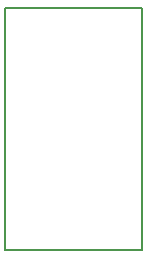
<source format=gm1>
G04*
G04 #@! TF.GenerationSoftware,Altium Limited,Altium Designer,18.0.7 (293)*
G04*
G04 Layer_Color=16711935*
%FSLAX25Y25*%
%MOIN*%
G70*
G01*
G75*
%ADD10C,0.00787*%
D10*
X196850Y277559D02*
X242598D01*
Y196850D02*
Y277559D01*
X196850Y196850D02*
Y277559D01*
Y196850D02*
X242598D01*
M02*

</source>
